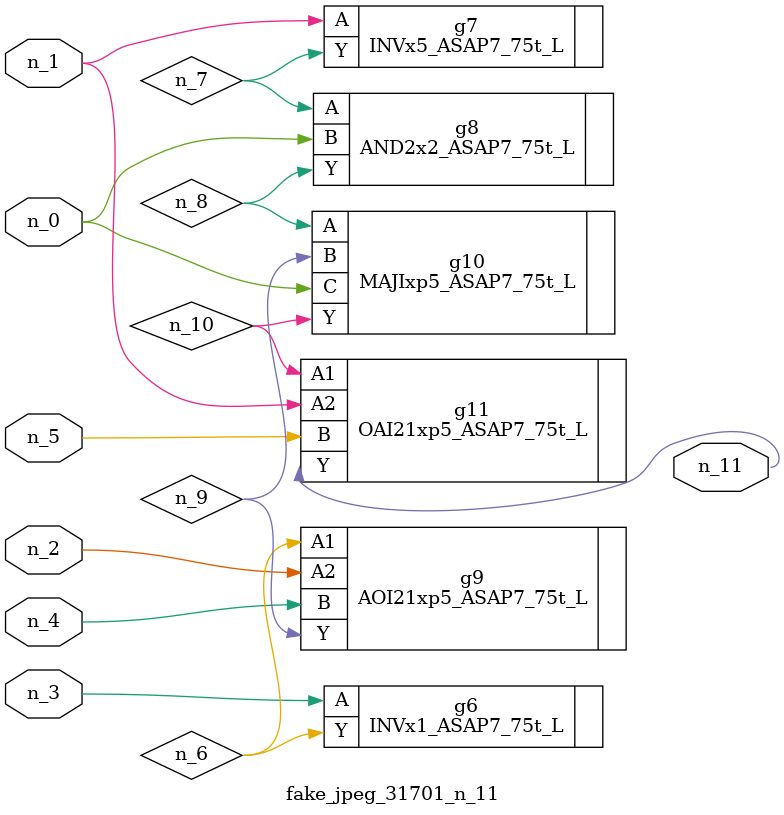
<source format=v>
module fake_jpeg_31701_n_11 (n_3, n_2, n_1, n_0, n_4, n_5, n_11);

input n_3;
input n_2;
input n_1;
input n_0;
input n_4;
input n_5;

output n_11;

wire n_10;
wire n_8;
wire n_9;
wire n_6;
wire n_7;

INVx1_ASAP7_75t_L g6 ( 
.A(n_3),
.Y(n_6)
);

INVx5_ASAP7_75t_L g7 ( 
.A(n_1),
.Y(n_7)
);

AND2x2_ASAP7_75t_L g8 ( 
.A(n_7),
.B(n_0),
.Y(n_8)
);

MAJIxp5_ASAP7_75t_L g10 ( 
.A(n_8),
.B(n_9),
.C(n_0),
.Y(n_10)
);

AOI21xp5_ASAP7_75t_L g9 ( 
.A1(n_6),
.A2(n_2),
.B(n_4),
.Y(n_9)
);

OAI21xp5_ASAP7_75t_L g11 ( 
.A1(n_10),
.A2(n_1),
.B(n_5),
.Y(n_11)
);


endmodule
</source>
